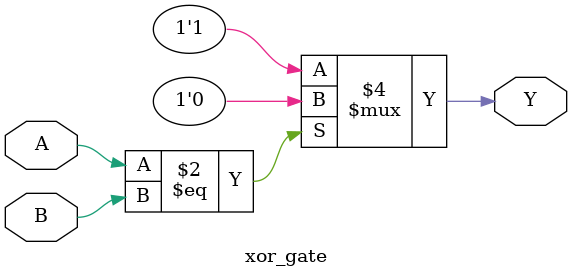
<source format=v>
module xor_gate (output reg Y,input A,input B);
always @(A or B) begin
	if (A==B)
		Y=0;
	else 
		Y=1;
	
end 
endmodule


</source>
